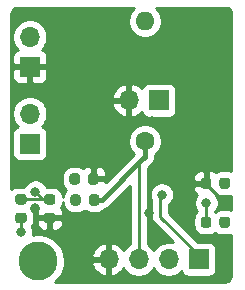
<source format=gbr>
%TF.GenerationSoftware,KiCad,Pcbnew,(5.1.6)-1*%
%TF.CreationDate,2020-11-25T11:03:50+08:00*%
%TF.ProjectId,BCG_Piezo_Integrated_V1.0,4243475f-5069-4657-9a6f-5f496e746567,rev?*%
%TF.SameCoordinates,Original*%
%TF.FileFunction,Copper,L2,Bot*%
%TF.FilePolarity,Positive*%
%FSLAX46Y46*%
G04 Gerber Fmt 4.6, Leading zero omitted, Abs format (unit mm)*
G04 Created by KiCad (PCBNEW (5.1.6)-1) date 2020-11-25 11:03:50*
%MOMM*%
%LPD*%
G01*
G04 APERTURE LIST*
%TA.AperFunction,ComponentPad*%
%ADD10O,1.600000X1.600000*%
%TD*%
%TA.AperFunction,ComponentPad*%
%ADD11C,1.600000*%
%TD*%
%TA.AperFunction,ComponentPad*%
%ADD12O,1.700000X1.700000*%
%TD*%
%TA.AperFunction,ComponentPad*%
%ADD13R,1.700000X1.700000*%
%TD*%
%TA.AperFunction,ViaPad*%
%ADD14C,3.300000*%
%TD*%
%TA.AperFunction,ViaPad*%
%ADD15C,0.800000*%
%TD*%
%TA.AperFunction,Conductor*%
%ADD16C,0.254000*%
%TD*%
%TA.AperFunction,Conductor*%
%ADD17C,0.381000*%
%TD*%
G04 APERTURE END LIST*
D10*
%TO.P,R13,2*%
%TO.N,Net-(C7-Pad2)*%
X171069000Y-130911600D03*
D11*
%TO.P,R13,1*%
%TO.N,/charge_out*%
X171069000Y-141071600D03*
%TD*%
%TO.P,R2,2*%
%TO.N,Net-(R1-Pad1)*%
%TA.AperFunction,SMDPad,CuDef*%
G36*
G01*
X163248050Y-146436500D02*
X162735550Y-146436500D01*
G75*
G02*
X162516800Y-146217750I0J218750D01*
G01*
X162516800Y-145780250D01*
G75*
G02*
X162735550Y-145561500I218750J0D01*
G01*
X163248050Y-145561500D01*
G75*
G02*
X163466800Y-145780250I0J-218750D01*
G01*
X163466800Y-146217750D01*
G75*
G02*
X163248050Y-146436500I-218750J0D01*
G01*
G37*
%TD.AperFunction*%
%TO.P,R2,1*%
%TO.N,GND*%
%TA.AperFunction,SMDPad,CuDef*%
G36*
G01*
X163248050Y-148011500D02*
X162735550Y-148011500D01*
G75*
G02*
X162516800Y-147792750I0J218750D01*
G01*
X162516800Y-147355250D01*
G75*
G02*
X162735550Y-147136500I218750J0D01*
G01*
X163248050Y-147136500D01*
G75*
G02*
X163466800Y-147355250I0J-218750D01*
G01*
X163466800Y-147792750D01*
G75*
G02*
X163248050Y-148011500I-218750J0D01*
G01*
G37*
%TD.AperFunction*%
%TD*%
%TO.P,R1,2*%
%TO.N,+3V3*%
%TA.AperFunction,SMDPad,CuDef*%
G36*
G01*
X160297150Y-147136700D02*
X160809650Y-147136700D01*
G75*
G02*
X161028400Y-147355450I0J-218750D01*
G01*
X161028400Y-147792950D01*
G75*
G02*
X160809650Y-148011700I-218750J0D01*
G01*
X160297150Y-148011700D01*
G75*
G02*
X160078400Y-147792950I0J218750D01*
G01*
X160078400Y-147355450D01*
G75*
G02*
X160297150Y-147136700I218750J0D01*
G01*
G37*
%TD.AperFunction*%
%TO.P,R1,1*%
%TO.N,Net-(R1-Pad1)*%
%TA.AperFunction,SMDPad,CuDef*%
G36*
G01*
X160297150Y-145561700D02*
X160809650Y-145561700D01*
G75*
G02*
X161028400Y-145780450I0J-218750D01*
G01*
X161028400Y-146217950D01*
G75*
G02*
X160809650Y-146436700I-218750J0D01*
G01*
X160297150Y-146436700D01*
G75*
G02*
X160078400Y-146217950I0J218750D01*
G01*
X160078400Y-145780450D01*
G75*
G02*
X160297150Y-145561700I218750J0D01*
G01*
G37*
%TD.AperFunction*%
%TD*%
D12*
%TO.P,J3,2*%
%TO.N,/piezoP*%
X161315400Y-138734800D03*
D13*
%TO.P,J3,1*%
%TO.N,+1V5*%
X161315400Y-141274800D03*
%TD*%
D12*
%TO.P,J1,2*%
%TO.N,Net-(F1-Pad2)*%
X161315400Y-132232400D03*
D13*
%TO.P,J1,1*%
%TO.N,GND*%
X161315400Y-134772400D03*
%TD*%
%TO.P,R12,2*%
%TO.N,GND*%
%TA.AperFunction,SMDPad,CuDef*%
G36*
G01*
X176662600Y-144371350D02*
X176662600Y-144883850D01*
G75*
G02*
X176443850Y-145102600I-218750J0D01*
G01*
X176006350Y-145102600D01*
G75*
G02*
X175787600Y-144883850I0J218750D01*
G01*
X175787600Y-144371350D01*
G75*
G02*
X176006350Y-144152600I218750J0D01*
G01*
X176443850Y-144152600D01*
G75*
G02*
X176662600Y-144371350I0J-218750D01*
G01*
G37*
%TD.AperFunction*%
%TO.P,R12,1*%
%TO.N,Net-(R12-Pad1)*%
%TA.AperFunction,SMDPad,CuDef*%
G36*
G01*
X178237600Y-144371350D02*
X178237600Y-144883850D01*
G75*
G02*
X178018850Y-145102600I-218750J0D01*
G01*
X177581350Y-145102600D01*
G75*
G02*
X177362600Y-144883850I0J218750D01*
G01*
X177362600Y-144371350D01*
G75*
G02*
X177581350Y-144152600I218750J0D01*
G01*
X178018850Y-144152600D01*
G75*
G02*
X178237600Y-144371350I0J-218750D01*
G01*
G37*
%TD.AperFunction*%
%TD*%
%TO.P,R11,2*%
%TO.N,GND*%
%TA.AperFunction,SMDPad,CuDef*%
G36*
G01*
X166237400Y-144528250D02*
X166237400Y-144015750D01*
G75*
G02*
X166456150Y-143797000I218750J0D01*
G01*
X166893650Y-143797000D01*
G75*
G02*
X167112400Y-144015750I0J-218750D01*
G01*
X167112400Y-144528250D01*
G75*
G02*
X166893650Y-144747000I-218750J0D01*
G01*
X166456150Y-144747000D01*
G75*
G02*
X166237400Y-144528250I0J218750D01*
G01*
G37*
%TD.AperFunction*%
%TO.P,R11,1*%
%TO.N,Net-(R11-Pad1)*%
%TA.AperFunction,SMDPad,CuDef*%
G36*
G01*
X164662400Y-144528250D02*
X164662400Y-144015750D01*
G75*
G02*
X164881150Y-143797000I218750J0D01*
G01*
X165318650Y-143797000D01*
G75*
G02*
X165537400Y-144015750I0J-218750D01*
G01*
X165537400Y-144528250D01*
G75*
G02*
X165318650Y-144747000I-218750J0D01*
G01*
X164881150Y-144747000D01*
G75*
G02*
X164662400Y-144528250I0J218750D01*
G01*
G37*
%TD.AperFunction*%
%TD*%
%TO.P,R10,2*%
%TO.N,Net-(R10-Pad2)*%
%TA.AperFunction,SMDPad,CuDef*%
G36*
G01*
X177362600Y-148185850D02*
X177362600Y-147673350D01*
G75*
G02*
X177581350Y-147454600I218750J0D01*
G01*
X178018850Y-147454600D01*
G75*
G02*
X178237600Y-147673350I0J-218750D01*
G01*
X178237600Y-148185850D01*
G75*
G02*
X178018850Y-148404600I-218750J0D01*
G01*
X177581350Y-148404600D01*
G75*
G02*
X177362600Y-148185850I0J218750D01*
G01*
G37*
%TD.AperFunction*%
%TO.P,R10,1*%
%TO.N,Net-(C6-Pad2)*%
%TA.AperFunction,SMDPad,CuDef*%
G36*
G01*
X175787600Y-148185850D02*
X175787600Y-147673350D01*
G75*
G02*
X176006350Y-147454600I218750J0D01*
G01*
X176443850Y-147454600D01*
G75*
G02*
X176662600Y-147673350I0J-218750D01*
G01*
X176662600Y-148185850D01*
G75*
G02*
X176443850Y-148404600I-218750J0D01*
G01*
X176006350Y-148404600D01*
G75*
G02*
X175787600Y-148185850I0J218750D01*
G01*
G37*
%TD.AperFunction*%
%TD*%
%TO.P,R6,2*%
%TO.N,/charge_out*%
%TA.AperFunction,SMDPad,CuDef*%
G36*
G01*
X166313500Y-146306250D02*
X166313500Y-145793750D01*
G75*
G02*
X166532250Y-145575000I218750J0D01*
G01*
X166969750Y-145575000D01*
G75*
G02*
X167188500Y-145793750I0J-218750D01*
G01*
X167188500Y-146306250D01*
G75*
G02*
X166969750Y-146525000I-218750J0D01*
G01*
X166532250Y-146525000D01*
G75*
G02*
X166313500Y-146306250I0J218750D01*
G01*
G37*
%TD.AperFunction*%
%TO.P,R6,1*%
%TO.N,Net-(R6-Pad1)*%
%TA.AperFunction,SMDPad,CuDef*%
G36*
G01*
X164738500Y-146306250D02*
X164738500Y-145793750D01*
G75*
G02*
X164957250Y-145575000I218750J0D01*
G01*
X165394750Y-145575000D01*
G75*
G02*
X165613500Y-145793750I0J-218750D01*
G01*
X165613500Y-146306250D01*
G75*
G02*
X165394750Y-146525000I-218750J0D01*
G01*
X164957250Y-146525000D01*
G75*
G02*
X164738500Y-146306250I0J218750D01*
G01*
G37*
%TD.AperFunction*%
%TD*%
D12*
%TO.P,J4,4*%
%TO.N,GND*%
X167970200Y-151079200D03*
%TO.P,J4,3*%
%TO.N,/charge_out*%
X170510200Y-151079200D03*
%TO.P,J4,2*%
%TO.N,/filtered_out*%
X173050200Y-151079200D03*
D13*
%TO.P,J4,1*%
%TO.N,/out*%
X175590200Y-151079200D03*
%TD*%
D12*
%TO.P,J2,2*%
%TO.N,GND*%
X169697400Y-137617200D03*
D13*
%TO.P,J2,1*%
%TO.N,+3V3*%
X172237400Y-137617200D03*
%TD*%
D14*
%TO.N,*%
X161975800Y-151231600D03*
D15*
%TO.N,GND*%
X177825400Y-146304000D03*
X161772600Y-146761200D03*
X168783000Y-134620000D03*
X164871400Y-149606000D03*
X165227000Y-151638000D03*
X177774600Y-140411200D03*
X174879000Y-138887200D03*
X170459400Y-133908800D03*
X167563800Y-141020800D03*
X163449000Y-130708400D03*
X165531800Y-130708400D03*
X168021000Y-130657600D03*
X173609000Y-130657600D03*
X175742600Y-130606800D03*
X177673000Y-130657600D03*
X177723800Y-132638800D03*
X177876200Y-134924800D03*
X163195000Y-139496800D03*
X160604200Y-136855200D03*
X162534600Y-136804400D03*
X163195000Y-135128000D03*
X170205400Y-139344400D03*
X171678600Y-139395200D03*
X172542200Y-142290800D03*
X171424600Y-147167600D03*
X166395400Y-149352000D03*
X168630600Y-149301200D03*
X164820600Y-134772400D03*
%TO.N,Net-(R10-Pad2)*%
X177825400Y-147929600D03*
%TO.N,Net-(R6-Pad1)*%
X165176200Y-146050000D03*
%TO.N,+3V3*%
X160553400Y-148793200D03*
%TO.N,Net-(R1-Pad1)*%
X161772600Y-145338800D03*
%TO.N,Net-(C6-Pad2)*%
X176250600Y-146304000D03*
%TO.N,/out*%
X172491400Y-145592800D03*
%TO.N,Net-(R11-Pad1)*%
X165099900Y-144272000D03*
%TO.N,Net-(R12-Pad1)*%
X177800100Y-144627600D03*
%TD*%
D16*
%TO.N,GND*%
X176225100Y-144703700D02*
X177825400Y-146304000D01*
X176225100Y-144627600D02*
X176225100Y-144703700D01*
%TO.N,+3V3*%
X160553400Y-147574200D02*
X160553400Y-148691600D01*
X160553400Y-148691600D02*
X160502600Y-148742400D01*
D17*
%TO.N,/charge_out*%
X171069000Y-141071600D02*
X171069000Y-142392400D01*
X167411400Y-146050000D02*
X166751000Y-146050000D01*
D16*
X170510200Y-142951200D02*
X170840400Y-142621000D01*
X170510200Y-151079200D02*
X170510200Y-142951200D01*
D17*
X171069000Y-142392400D02*
X170840400Y-142621000D01*
X170840400Y-142621000D02*
X167411400Y-146050000D01*
D16*
%TO.N,Net-(C6-Pad2)*%
X176250600Y-147904100D02*
X176225100Y-147929600D01*
X176250600Y-146304000D02*
X176250600Y-147904100D01*
%TO.N,Net-(R1-Pad1)*%
X162991600Y-145999200D02*
X162991800Y-145999000D01*
X160553400Y-145999200D02*
X162991600Y-145999200D01*
X162432800Y-145999000D02*
X161772600Y-145338800D01*
X162991800Y-145999000D02*
X162432800Y-145999000D01*
%TO.N,/out*%
X175590200Y-151079200D02*
X175590200Y-150723600D01*
X175590200Y-150723600D02*
X172339000Y-147472400D01*
X172339000Y-147472400D02*
X172339000Y-145745200D01*
X172339000Y-145745200D02*
X172491400Y-145592800D01*
X172491400Y-145592800D02*
X172491400Y-145592800D01*
%TD*%
%TO.N,GND*%
G36*
X170154241Y-129796963D02*
G01*
X169954363Y-129996841D01*
X169797320Y-130231873D01*
X169689147Y-130493026D01*
X169634000Y-130770265D01*
X169634000Y-131052935D01*
X169689147Y-131330174D01*
X169797320Y-131591327D01*
X169954363Y-131826359D01*
X170154241Y-132026237D01*
X170389273Y-132183280D01*
X170650426Y-132291453D01*
X170927665Y-132346600D01*
X171210335Y-132346600D01*
X171487574Y-132291453D01*
X171748727Y-132183280D01*
X171983759Y-132026237D01*
X172183637Y-131826359D01*
X172340680Y-131591327D01*
X172448853Y-131330174D01*
X172504000Y-131052935D01*
X172504000Y-130770265D01*
X172448853Y-130493026D01*
X172340680Y-130231873D01*
X172183637Y-129996841D01*
X171983759Y-129796963D01*
X171978726Y-129793600D01*
X177894721Y-129793600D01*
X178005400Y-129804452D01*
X178080814Y-129827221D01*
X178150368Y-129864203D01*
X178211414Y-129913992D01*
X178261629Y-129974691D01*
X178299097Y-130043986D01*
X178322392Y-130119239D01*
X178333800Y-130227784D01*
X178333801Y-143575824D01*
X178186008Y-143530992D01*
X178018850Y-143514528D01*
X177581350Y-143514528D01*
X177414192Y-143530992D01*
X177253458Y-143579750D01*
X177105325Y-143658929D01*
X177083670Y-143676700D01*
X177017094Y-143622063D01*
X176906780Y-143563098D01*
X176787082Y-143526788D01*
X176662600Y-143514528D01*
X176510850Y-143517600D01*
X176352100Y-143676350D01*
X176352100Y-144500600D01*
X176372100Y-144500600D01*
X176372100Y-144754600D01*
X176352100Y-144754600D01*
X176352100Y-144774600D01*
X176098100Y-144774600D01*
X176098100Y-144754600D01*
X175311350Y-144754600D01*
X175152600Y-144913350D01*
X175149528Y-145102600D01*
X175161788Y-145227082D01*
X175198098Y-145346780D01*
X175257063Y-145457094D01*
X175336415Y-145553785D01*
X175433106Y-145633137D01*
X175449167Y-145641722D01*
X175446663Y-145644226D01*
X175333395Y-145813744D01*
X175255374Y-146002102D01*
X175215600Y-146202061D01*
X175215600Y-146405939D01*
X175255374Y-146605898D01*
X175333395Y-146794256D01*
X175446663Y-146963774D01*
X175482811Y-146999922D01*
X175400485Y-147067485D01*
X175293929Y-147197325D01*
X175214750Y-147345458D01*
X175165992Y-147506192D01*
X175149528Y-147673350D01*
X175149528Y-148185850D01*
X175165992Y-148353008D01*
X175214750Y-148513742D01*
X175293929Y-148661875D01*
X175400485Y-148791715D01*
X175530325Y-148898271D01*
X175678458Y-148977450D01*
X175839192Y-149026208D01*
X176006350Y-149042672D01*
X176443850Y-149042672D01*
X176611008Y-149026208D01*
X176771742Y-148977450D01*
X176919875Y-148898271D01*
X177012600Y-148822174D01*
X177105325Y-148898271D01*
X177253458Y-148977450D01*
X177414192Y-149026208D01*
X177581350Y-149042672D01*
X178018850Y-149042672D01*
X178186008Y-149026208D01*
X178333801Y-148981376D01*
X178333801Y-152469309D01*
X178321980Y-152589865D01*
X178296345Y-152674775D01*
X178254709Y-152753079D01*
X178198654Y-152821809D01*
X178130315Y-152878344D01*
X178052302Y-152920526D01*
X177967573Y-152946754D01*
X177849158Y-152959200D01*
X163479678Y-152959200D01*
X163750675Y-152688203D01*
X164000741Y-152313953D01*
X164172989Y-151898110D01*
X164260800Y-151456653D01*
X164260800Y-151436091D01*
X166528719Y-151436091D01*
X166626043Y-151710452D01*
X166775022Y-151960555D01*
X166969931Y-152176788D01*
X167203280Y-152350841D01*
X167466101Y-152476025D01*
X167613310Y-152520676D01*
X167843200Y-152399355D01*
X167843200Y-151206200D01*
X166649386Y-151206200D01*
X166528719Y-151436091D01*
X164260800Y-151436091D01*
X164260800Y-151006547D01*
X164204262Y-150722309D01*
X166528719Y-150722309D01*
X166649386Y-150952200D01*
X167843200Y-150952200D01*
X167843200Y-149759045D01*
X167613310Y-149637724D01*
X167466101Y-149682375D01*
X167203280Y-149807559D01*
X166969931Y-149981612D01*
X166775022Y-150197845D01*
X166626043Y-150447948D01*
X166528719Y-150722309D01*
X164204262Y-150722309D01*
X164172989Y-150565090D01*
X164000741Y-150149247D01*
X163750675Y-149774997D01*
X163432403Y-149456725D01*
X163058153Y-149206659D01*
X162642310Y-149034411D01*
X162200853Y-148946600D01*
X161750747Y-148946600D01*
X161571054Y-148982343D01*
X161588400Y-148895139D01*
X161588400Y-148691261D01*
X161548626Y-148491302D01*
X161478517Y-148322046D01*
X161522071Y-148268975D01*
X161601250Y-148120842D01*
X161634418Y-148011500D01*
X161878728Y-148011500D01*
X161890988Y-148135982D01*
X161927298Y-148255680D01*
X161986263Y-148365994D01*
X162065615Y-148462685D01*
X162162306Y-148542037D01*
X162272620Y-148601002D01*
X162392318Y-148637312D01*
X162516800Y-148649572D01*
X162706050Y-148646500D01*
X162864800Y-148487750D01*
X162864800Y-147701000D01*
X163118800Y-147701000D01*
X163118800Y-148487750D01*
X163277550Y-148646500D01*
X163466800Y-148649572D01*
X163591282Y-148637312D01*
X163710980Y-148601002D01*
X163821294Y-148542037D01*
X163917985Y-148462685D01*
X163997337Y-148365994D01*
X164056302Y-148255680D01*
X164092612Y-148135982D01*
X164104872Y-148011500D01*
X164101800Y-147859750D01*
X163943050Y-147701000D01*
X163118800Y-147701000D01*
X162864800Y-147701000D01*
X162040550Y-147701000D01*
X161881800Y-147859750D01*
X161878728Y-148011500D01*
X161634418Y-148011500D01*
X161650008Y-147960108D01*
X161666472Y-147792950D01*
X161666472Y-147355450D01*
X161650008Y-147188292D01*
X161601250Y-147027558D01*
X161522071Y-146879425D01*
X161445974Y-146786700D01*
X161466901Y-146761200D01*
X162003338Y-146761200D01*
X161986263Y-146782006D01*
X161927298Y-146892320D01*
X161890988Y-147012018D01*
X161878728Y-147136500D01*
X161881800Y-147288250D01*
X162040550Y-147447000D01*
X162864800Y-147447000D01*
X162864800Y-147427000D01*
X163118800Y-147427000D01*
X163118800Y-147447000D01*
X163943050Y-147447000D01*
X164101800Y-147288250D01*
X164104872Y-147136500D01*
X164092612Y-147012018D01*
X164056302Y-146892320D01*
X163997337Y-146782006D01*
X163942700Y-146715430D01*
X163960471Y-146693775D01*
X164039650Y-146545642D01*
X164088408Y-146384908D01*
X164100428Y-146262870D01*
X164100428Y-146306250D01*
X164116892Y-146473408D01*
X164165650Y-146634142D01*
X164244829Y-146782275D01*
X164351385Y-146912115D01*
X164481225Y-147018671D01*
X164629358Y-147097850D01*
X164790092Y-147146608D01*
X164957250Y-147163072D01*
X165394750Y-147163072D01*
X165561908Y-147146608D01*
X165722642Y-147097850D01*
X165870775Y-147018671D01*
X165963500Y-146942574D01*
X166056225Y-147018671D01*
X166204358Y-147097850D01*
X166365092Y-147146608D01*
X166532250Y-147163072D01*
X166969750Y-147163072D01*
X167136908Y-147146608D01*
X167297642Y-147097850D01*
X167445775Y-147018671D01*
X167575615Y-146912115D01*
X167629467Y-146846496D01*
X167728834Y-146816353D01*
X167872242Y-146739699D01*
X167997941Y-146636541D01*
X168023798Y-146605034D01*
X169748201Y-144880632D01*
X169748200Y-149802358D01*
X169563568Y-149925725D01*
X169356725Y-150132568D01*
X169235005Y-150314734D01*
X169165378Y-150197845D01*
X168970469Y-149981612D01*
X168737120Y-149807559D01*
X168474299Y-149682375D01*
X168327090Y-149637724D01*
X168097200Y-149759045D01*
X168097200Y-150952200D01*
X168117200Y-150952200D01*
X168117200Y-151206200D01*
X168097200Y-151206200D01*
X168097200Y-152399355D01*
X168327090Y-152520676D01*
X168474299Y-152476025D01*
X168737120Y-152350841D01*
X168970469Y-152176788D01*
X169165378Y-151960555D01*
X169235005Y-151843666D01*
X169356725Y-152025832D01*
X169563568Y-152232675D01*
X169806789Y-152395190D01*
X170077042Y-152507132D01*
X170363940Y-152564200D01*
X170656460Y-152564200D01*
X170943358Y-152507132D01*
X171213611Y-152395190D01*
X171456832Y-152232675D01*
X171663675Y-152025832D01*
X171780200Y-151851440D01*
X171896725Y-152025832D01*
X172103568Y-152232675D01*
X172346789Y-152395190D01*
X172617042Y-152507132D01*
X172903940Y-152564200D01*
X173196460Y-152564200D01*
X173483358Y-152507132D01*
X173753611Y-152395190D01*
X173996832Y-152232675D01*
X174128687Y-152100820D01*
X174150698Y-152173380D01*
X174209663Y-152283694D01*
X174289015Y-152380385D01*
X174385706Y-152459737D01*
X174496020Y-152518702D01*
X174615718Y-152555012D01*
X174740200Y-152567272D01*
X176440200Y-152567272D01*
X176564682Y-152555012D01*
X176684380Y-152518702D01*
X176794694Y-152459737D01*
X176891385Y-152380385D01*
X176970737Y-152283694D01*
X177029702Y-152173380D01*
X177066012Y-152053682D01*
X177078272Y-151929200D01*
X177078272Y-150229200D01*
X177066012Y-150104718D01*
X177029702Y-149985020D01*
X176970737Y-149874706D01*
X176891385Y-149778015D01*
X176794694Y-149698663D01*
X176684380Y-149639698D01*
X176564682Y-149603388D01*
X176440200Y-149591128D01*
X175535359Y-149591128D01*
X173101000Y-147156770D01*
X173101000Y-146430262D01*
X173151174Y-146396737D01*
X173295337Y-146252574D01*
X173408605Y-146083056D01*
X173486626Y-145894698D01*
X173526400Y-145694739D01*
X173526400Y-145490861D01*
X173486626Y-145290902D01*
X173408605Y-145102544D01*
X173295337Y-144933026D01*
X173151174Y-144788863D01*
X172981656Y-144675595D01*
X172793298Y-144597574D01*
X172593339Y-144557800D01*
X172389461Y-144557800D01*
X172189502Y-144597574D01*
X172001144Y-144675595D01*
X171831626Y-144788863D01*
X171687463Y-144933026D01*
X171574195Y-145102544D01*
X171496174Y-145290902D01*
X171456400Y-145490861D01*
X171456400Y-145694739D01*
X171496174Y-145894698D01*
X171574195Y-146083056D01*
X171577001Y-146087255D01*
X171577000Y-147434976D01*
X171573314Y-147472400D01*
X171577000Y-147509823D01*
X171577000Y-147509825D01*
X171588026Y-147621777D01*
X171631598Y-147765414D01*
X171649002Y-147797974D01*
X171702355Y-147897792D01*
X171737509Y-147940627D01*
X171797578Y-148013822D01*
X171826654Y-148037684D01*
X173429530Y-149640561D01*
X173196460Y-149594200D01*
X172903940Y-149594200D01*
X172617042Y-149651268D01*
X172346789Y-149763210D01*
X172103568Y-149925725D01*
X171896725Y-150132568D01*
X171780200Y-150306960D01*
X171663675Y-150132568D01*
X171456832Y-149925725D01*
X171272200Y-149802358D01*
X171272200Y-144152600D01*
X175149528Y-144152600D01*
X175152600Y-144341850D01*
X175311350Y-144500600D01*
X176098100Y-144500600D01*
X176098100Y-143676350D01*
X175939350Y-143517600D01*
X175787600Y-143514528D01*
X175663118Y-143526788D01*
X175543420Y-143563098D01*
X175433106Y-143622063D01*
X175336415Y-143701415D01*
X175257063Y-143798106D01*
X175198098Y-143908420D01*
X175161788Y-144028118D01*
X175149528Y-144152600D01*
X171272200Y-144152600D01*
X171272200Y-143356633D01*
X171452791Y-143176042D01*
X171452796Y-143176036D01*
X171624034Y-143004798D01*
X171655541Y-142978941D01*
X171758699Y-142853242D01*
X171835353Y-142709834D01*
X171882556Y-142554226D01*
X171894500Y-142432953D01*
X171894500Y-142432951D01*
X171898494Y-142392401D01*
X171894500Y-142351850D01*
X171894500Y-142245878D01*
X171983759Y-142186237D01*
X172183637Y-141986359D01*
X172340680Y-141751327D01*
X172448853Y-141490174D01*
X172504000Y-141212935D01*
X172504000Y-140930265D01*
X172448853Y-140653026D01*
X172340680Y-140391873D01*
X172183637Y-140156841D01*
X171983759Y-139956963D01*
X171748727Y-139799920D01*
X171487574Y-139691747D01*
X171210335Y-139636600D01*
X170927665Y-139636600D01*
X170650426Y-139691747D01*
X170389273Y-139799920D01*
X170154241Y-139956963D01*
X169954363Y-140156841D01*
X169797320Y-140391873D01*
X169689147Y-140653026D01*
X169634000Y-140930265D01*
X169634000Y-141212935D01*
X169689147Y-141490174D01*
X169797320Y-141751327D01*
X169954363Y-141986359D01*
X170130986Y-142162982D01*
X167741809Y-144552159D01*
X167588650Y-144399000D01*
X166801900Y-144399000D01*
X166801900Y-144419000D01*
X166547900Y-144419000D01*
X166547900Y-144399000D01*
X166527900Y-144399000D01*
X166527900Y-144145000D01*
X166547900Y-144145000D01*
X166547900Y-143320750D01*
X166801900Y-143320750D01*
X166801900Y-144145000D01*
X167588650Y-144145000D01*
X167747400Y-143986250D01*
X167750472Y-143797000D01*
X167738212Y-143672518D01*
X167701902Y-143552820D01*
X167642937Y-143442506D01*
X167563585Y-143345815D01*
X167466894Y-143266463D01*
X167356580Y-143207498D01*
X167236882Y-143171188D01*
X167112400Y-143158928D01*
X166960650Y-143162000D01*
X166801900Y-143320750D01*
X166547900Y-143320750D01*
X166389150Y-143162000D01*
X166237400Y-143158928D01*
X166112918Y-143171188D01*
X165993220Y-143207498D01*
X165882906Y-143266463D01*
X165816330Y-143321100D01*
X165794675Y-143303329D01*
X165646542Y-143224150D01*
X165485808Y-143175392D01*
X165318650Y-143158928D01*
X164881150Y-143158928D01*
X164713992Y-143175392D01*
X164553258Y-143224150D01*
X164405125Y-143303329D01*
X164275285Y-143409885D01*
X164168729Y-143539725D01*
X164089550Y-143687858D01*
X164040792Y-143848592D01*
X164024328Y-144015750D01*
X164024328Y-144528250D01*
X164040792Y-144695408D01*
X164089550Y-144856142D01*
X164168729Y-145004275D01*
X164275285Y-145134115D01*
X164347127Y-145193074D01*
X164244829Y-145317725D01*
X164165650Y-145465858D01*
X164116892Y-145626592D01*
X164103315Y-145764440D01*
X164088408Y-145613092D01*
X164039650Y-145452358D01*
X163960471Y-145304225D01*
X163853915Y-145174385D01*
X163724075Y-145067829D01*
X163575942Y-144988650D01*
X163415208Y-144939892D01*
X163248050Y-144923428D01*
X162735550Y-144923428D01*
X162721400Y-144924822D01*
X162689805Y-144848544D01*
X162576537Y-144679026D01*
X162432374Y-144534863D01*
X162262856Y-144421595D01*
X162074498Y-144343574D01*
X161874539Y-144303800D01*
X161670661Y-144303800D01*
X161470702Y-144343574D01*
X161282344Y-144421595D01*
X161112826Y-144534863D01*
X160968663Y-144679026D01*
X160855395Y-144848544D01*
X160823720Y-144925014D01*
X160809650Y-144923628D01*
X160297150Y-144923628D01*
X160129992Y-144940092D01*
X159969258Y-144988850D01*
X159821125Y-145068029D01*
X159740582Y-145134128D01*
X159740826Y-140424800D01*
X159827328Y-140424800D01*
X159827328Y-142124800D01*
X159839588Y-142249282D01*
X159875898Y-142368980D01*
X159934863Y-142479294D01*
X160014215Y-142575985D01*
X160110906Y-142655337D01*
X160221220Y-142714302D01*
X160340918Y-142750612D01*
X160465400Y-142762872D01*
X162165400Y-142762872D01*
X162289882Y-142750612D01*
X162409580Y-142714302D01*
X162519894Y-142655337D01*
X162616585Y-142575985D01*
X162695937Y-142479294D01*
X162754902Y-142368980D01*
X162791212Y-142249282D01*
X162803472Y-142124800D01*
X162803472Y-140424800D01*
X162791212Y-140300318D01*
X162754902Y-140180620D01*
X162695937Y-140070306D01*
X162616585Y-139973615D01*
X162519894Y-139894263D01*
X162409580Y-139835298D01*
X162337020Y-139813287D01*
X162468875Y-139681432D01*
X162631390Y-139438211D01*
X162743332Y-139167958D01*
X162800400Y-138881060D01*
X162800400Y-138588540D01*
X162743332Y-138301642D01*
X162631390Y-138031389D01*
X162593105Y-137974091D01*
X168255919Y-137974091D01*
X168353243Y-138248452D01*
X168502222Y-138498555D01*
X168697131Y-138714788D01*
X168930480Y-138888841D01*
X169193301Y-139014025D01*
X169340510Y-139058676D01*
X169570400Y-138937355D01*
X169570400Y-137744200D01*
X168376586Y-137744200D01*
X168255919Y-137974091D01*
X162593105Y-137974091D01*
X162468875Y-137788168D01*
X162262032Y-137581325D01*
X162018811Y-137418810D01*
X161748558Y-137306868D01*
X161514492Y-137260309D01*
X168255919Y-137260309D01*
X168376586Y-137490200D01*
X169570400Y-137490200D01*
X169570400Y-136297045D01*
X169824400Y-136297045D01*
X169824400Y-137490200D01*
X169844400Y-137490200D01*
X169844400Y-137744200D01*
X169824400Y-137744200D01*
X169824400Y-138937355D01*
X170054290Y-139058676D01*
X170201499Y-139014025D01*
X170464320Y-138888841D01*
X170697669Y-138714788D01*
X170773434Y-138630734D01*
X170797898Y-138711380D01*
X170856863Y-138821694D01*
X170936215Y-138918385D01*
X171032906Y-138997737D01*
X171143220Y-139056702D01*
X171262918Y-139093012D01*
X171387400Y-139105272D01*
X173087400Y-139105272D01*
X173211882Y-139093012D01*
X173331580Y-139056702D01*
X173441894Y-138997737D01*
X173538585Y-138918385D01*
X173617937Y-138821694D01*
X173676902Y-138711380D01*
X173713212Y-138591682D01*
X173725472Y-138467200D01*
X173725472Y-136767200D01*
X173713212Y-136642718D01*
X173676902Y-136523020D01*
X173617937Y-136412706D01*
X173538585Y-136316015D01*
X173441894Y-136236663D01*
X173331580Y-136177698D01*
X173211882Y-136141388D01*
X173087400Y-136129128D01*
X171387400Y-136129128D01*
X171262918Y-136141388D01*
X171143220Y-136177698D01*
X171032906Y-136236663D01*
X170936215Y-136316015D01*
X170856863Y-136412706D01*
X170797898Y-136523020D01*
X170773434Y-136603666D01*
X170697669Y-136519612D01*
X170464320Y-136345559D01*
X170201499Y-136220375D01*
X170054290Y-136175724D01*
X169824400Y-136297045D01*
X169570400Y-136297045D01*
X169340510Y-136175724D01*
X169193301Y-136220375D01*
X168930480Y-136345559D01*
X168697131Y-136519612D01*
X168502222Y-136735845D01*
X168353243Y-136985948D01*
X168255919Y-137260309D01*
X161514492Y-137260309D01*
X161461660Y-137249800D01*
X161169140Y-137249800D01*
X160882242Y-137306868D01*
X160611989Y-137418810D01*
X160368768Y-137581325D01*
X160161925Y-137788168D01*
X159999410Y-138031389D01*
X159887468Y-138301642D01*
X159830400Y-138588540D01*
X159830400Y-138881060D01*
X159887468Y-139167958D01*
X159999410Y-139438211D01*
X160161925Y-139681432D01*
X160293780Y-139813287D01*
X160221220Y-139835298D01*
X160110906Y-139894263D01*
X160014215Y-139973615D01*
X159934863Y-140070306D01*
X159875898Y-140180620D01*
X159839588Y-140300318D01*
X159827328Y-140424800D01*
X159740826Y-140424800D01*
X159741075Y-135622400D01*
X159827328Y-135622400D01*
X159839588Y-135746882D01*
X159875898Y-135866580D01*
X159934863Y-135976894D01*
X160014215Y-136073585D01*
X160110906Y-136152937D01*
X160221220Y-136211902D01*
X160340918Y-136248212D01*
X160465400Y-136260472D01*
X161029650Y-136257400D01*
X161188400Y-136098650D01*
X161188400Y-134899400D01*
X161442400Y-134899400D01*
X161442400Y-136098650D01*
X161601150Y-136257400D01*
X162165400Y-136260472D01*
X162289882Y-136248212D01*
X162409580Y-136211902D01*
X162519894Y-136152937D01*
X162616585Y-136073585D01*
X162695937Y-135976894D01*
X162754902Y-135866580D01*
X162791212Y-135746882D01*
X162803472Y-135622400D01*
X162800400Y-135058150D01*
X162641650Y-134899400D01*
X161442400Y-134899400D01*
X161188400Y-134899400D01*
X159989150Y-134899400D01*
X159830400Y-135058150D01*
X159827328Y-135622400D01*
X159741075Y-135622400D01*
X159741163Y-133922400D01*
X159827328Y-133922400D01*
X159830400Y-134486650D01*
X159989150Y-134645400D01*
X161188400Y-134645400D01*
X161188400Y-134625400D01*
X161442400Y-134625400D01*
X161442400Y-134645400D01*
X162641650Y-134645400D01*
X162800400Y-134486650D01*
X162803472Y-133922400D01*
X162791212Y-133797918D01*
X162754902Y-133678220D01*
X162695937Y-133567906D01*
X162616585Y-133471215D01*
X162519894Y-133391863D01*
X162409580Y-133332898D01*
X162337020Y-133310887D01*
X162468875Y-133179032D01*
X162631390Y-132935811D01*
X162743332Y-132665558D01*
X162800400Y-132378660D01*
X162800400Y-132086140D01*
X162743332Y-131799242D01*
X162631390Y-131528989D01*
X162468875Y-131285768D01*
X162262032Y-131078925D01*
X162018811Y-130916410D01*
X161748558Y-130804468D01*
X161461660Y-130747400D01*
X161169140Y-130747400D01*
X160882242Y-130804468D01*
X160611989Y-130916410D01*
X160368768Y-131078925D01*
X160161925Y-131285768D01*
X159999410Y-131528989D01*
X159887468Y-131799242D01*
X159830400Y-132086140D01*
X159830400Y-132378660D01*
X159887468Y-132665558D01*
X159999410Y-132935811D01*
X160161925Y-133179032D01*
X160293780Y-133310887D01*
X160221220Y-133332898D01*
X160110906Y-133391863D01*
X160014215Y-133471215D01*
X159934863Y-133567906D01*
X159875898Y-133678220D01*
X159839588Y-133797918D01*
X159827328Y-133922400D01*
X159741163Y-133922400D01*
X159741351Y-130319247D01*
X159748472Y-130183264D01*
X159770224Y-130097286D01*
X159808262Y-130017168D01*
X159861139Y-129945962D01*
X159926839Y-129886383D01*
X160002858Y-129840702D01*
X160086302Y-129810655D01*
X160197486Y-129793835D01*
X160206464Y-129793600D01*
X170159274Y-129793600D01*
X170154241Y-129796963D01*
G37*
X170154241Y-129796963D02*
X169954363Y-129996841D01*
X169797320Y-130231873D01*
X169689147Y-130493026D01*
X169634000Y-130770265D01*
X169634000Y-131052935D01*
X169689147Y-131330174D01*
X169797320Y-131591327D01*
X169954363Y-131826359D01*
X170154241Y-132026237D01*
X170389273Y-132183280D01*
X170650426Y-132291453D01*
X170927665Y-132346600D01*
X171210335Y-132346600D01*
X171487574Y-132291453D01*
X171748727Y-132183280D01*
X171983759Y-132026237D01*
X172183637Y-131826359D01*
X172340680Y-131591327D01*
X172448853Y-131330174D01*
X172504000Y-131052935D01*
X172504000Y-130770265D01*
X172448853Y-130493026D01*
X172340680Y-130231873D01*
X172183637Y-129996841D01*
X171983759Y-129796963D01*
X171978726Y-129793600D01*
X177894721Y-129793600D01*
X178005400Y-129804452D01*
X178080814Y-129827221D01*
X178150368Y-129864203D01*
X178211414Y-129913992D01*
X178261629Y-129974691D01*
X178299097Y-130043986D01*
X178322392Y-130119239D01*
X178333800Y-130227784D01*
X178333801Y-143575824D01*
X178186008Y-143530992D01*
X178018850Y-143514528D01*
X177581350Y-143514528D01*
X177414192Y-143530992D01*
X177253458Y-143579750D01*
X177105325Y-143658929D01*
X177083670Y-143676700D01*
X177017094Y-143622063D01*
X176906780Y-143563098D01*
X176787082Y-143526788D01*
X176662600Y-143514528D01*
X176510850Y-143517600D01*
X176352100Y-143676350D01*
X176352100Y-144500600D01*
X176372100Y-144500600D01*
X176372100Y-144754600D01*
X176352100Y-144754600D01*
X176352100Y-144774600D01*
X176098100Y-144774600D01*
X176098100Y-144754600D01*
X175311350Y-144754600D01*
X175152600Y-144913350D01*
X175149528Y-145102600D01*
X175161788Y-145227082D01*
X175198098Y-145346780D01*
X175257063Y-145457094D01*
X175336415Y-145553785D01*
X175433106Y-145633137D01*
X175449167Y-145641722D01*
X175446663Y-145644226D01*
X175333395Y-145813744D01*
X175255374Y-146002102D01*
X175215600Y-146202061D01*
X175215600Y-146405939D01*
X175255374Y-146605898D01*
X175333395Y-146794256D01*
X175446663Y-146963774D01*
X175482811Y-146999922D01*
X175400485Y-147067485D01*
X175293929Y-147197325D01*
X175214750Y-147345458D01*
X175165992Y-147506192D01*
X175149528Y-147673350D01*
X175149528Y-148185850D01*
X175165992Y-148353008D01*
X175214750Y-148513742D01*
X175293929Y-148661875D01*
X175400485Y-148791715D01*
X175530325Y-148898271D01*
X175678458Y-148977450D01*
X175839192Y-149026208D01*
X176006350Y-149042672D01*
X176443850Y-149042672D01*
X176611008Y-149026208D01*
X176771742Y-148977450D01*
X176919875Y-148898271D01*
X177012600Y-148822174D01*
X177105325Y-148898271D01*
X177253458Y-148977450D01*
X177414192Y-149026208D01*
X177581350Y-149042672D01*
X178018850Y-149042672D01*
X178186008Y-149026208D01*
X178333801Y-148981376D01*
X178333801Y-152469309D01*
X178321980Y-152589865D01*
X178296345Y-152674775D01*
X178254709Y-152753079D01*
X178198654Y-152821809D01*
X178130315Y-152878344D01*
X178052302Y-152920526D01*
X177967573Y-152946754D01*
X177849158Y-152959200D01*
X163479678Y-152959200D01*
X163750675Y-152688203D01*
X164000741Y-152313953D01*
X164172989Y-151898110D01*
X164260800Y-151456653D01*
X164260800Y-151436091D01*
X166528719Y-151436091D01*
X166626043Y-151710452D01*
X166775022Y-151960555D01*
X166969931Y-152176788D01*
X167203280Y-152350841D01*
X167466101Y-152476025D01*
X167613310Y-152520676D01*
X167843200Y-152399355D01*
X167843200Y-151206200D01*
X166649386Y-151206200D01*
X166528719Y-151436091D01*
X164260800Y-151436091D01*
X164260800Y-151006547D01*
X164204262Y-150722309D01*
X166528719Y-150722309D01*
X166649386Y-150952200D01*
X167843200Y-150952200D01*
X167843200Y-149759045D01*
X167613310Y-149637724D01*
X167466101Y-149682375D01*
X167203280Y-149807559D01*
X166969931Y-149981612D01*
X166775022Y-150197845D01*
X166626043Y-150447948D01*
X166528719Y-150722309D01*
X164204262Y-150722309D01*
X164172989Y-150565090D01*
X164000741Y-150149247D01*
X163750675Y-149774997D01*
X163432403Y-149456725D01*
X163058153Y-149206659D01*
X162642310Y-149034411D01*
X162200853Y-148946600D01*
X161750747Y-148946600D01*
X161571054Y-148982343D01*
X161588400Y-148895139D01*
X161588400Y-148691261D01*
X161548626Y-148491302D01*
X161478517Y-148322046D01*
X161522071Y-148268975D01*
X161601250Y-148120842D01*
X161634418Y-148011500D01*
X161878728Y-148011500D01*
X161890988Y-148135982D01*
X161927298Y-148255680D01*
X161986263Y-148365994D01*
X162065615Y-148462685D01*
X162162306Y-148542037D01*
X162272620Y-148601002D01*
X162392318Y-148637312D01*
X162516800Y-148649572D01*
X162706050Y-148646500D01*
X162864800Y-148487750D01*
X162864800Y-147701000D01*
X163118800Y-147701000D01*
X163118800Y-148487750D01*
X163277550Y-148646500D01*
X163466800Y-148649572D01*
X163591282Y-148637312D01*
X163710980Y-148601002D01*
X163821294Y-148542037D01*
X163917985Y-148462685D01*
X163997337Y-148365994D01*
X164056302Y-148255680D01*
X164092612Y-148135982D01*
X164104872Y-148011500D01*
X164101800Y-147859750D01*
X163943050Y-147701000D01*
X163118800Y-147701000D01*
X162864800Y-147701000D01*
X162040550Y-147701000D01*
X161881800Y-147859750D01*
X161878728Y-148011500D01*
X161634418Y-148011500D01*
X161650008Y-147960108D01*
X161666472Y-147792950D01*
X161666472Y-147355450D01*
X161650008Y-147188292D01*
X161601250Y-147027558D01*
X161522071Y-146879425D01*
X161445974Y-146786700D01*
X161466901Y-146761200D01*
X162003338Y-146761200D01*
X161986263Y-146782006D01*
X161927298Y-146892320D01*
X161890988Y-147012018D01*
X161878728Y-147136500D01*
X161881800Y-147288250D01*
X162040550Y-147447000D01*
X162864800Y-147447000D01*
X162864800Y-147427000D01*
X163118800Y-147427000D01*
X163118800Y-147447000D01*
X163943050Y-147447000D01*
X164101800Y-147288250D01*
X164104872Y-147136500D01*
X164092612Y-147012018D01*
X164056302Y-146892320D01*
X163997337Y-146782006D01*
X163942700Y-146715430D01*
X163960471Y-146693775D01*
X164039650Y-146545642D01*
X164088408Y-146384908D01*
X164100428Y-146262870D01*
X164100428Y-146306250D01*
X164116892Y-146473408D01*
X164165650Y-146634142D01*
X164244829Y-146782275D01*
X164351385Y-146912115D01*
X164481225Y-147018671D01*
X164629358Y-147097850D01*
X164790092Y-147146608D01*
X164957250Y-147163072D01*
X165394750Y-147163072D01*
X165561908Y-147146608D01*
X165722642Y-147097850D01*
X165870775Y-147018671D01*
X165963500Y-146942574D01*
X166056225Y-147018671D01*
X166204358Y-147097850D01*
X166365092Y-147146608D01*
X166532250Y-147163072D01*
X166969750Y-147163072D01*
X167136908Y-147146608D01*
X167297642Y-147097850D01*
X167445775Y-147018671D01*
X167575615Y-146912115D01*
X167629467Y-146846496D01*
X167728834Y-146816353D01*
X167872242Y-146739699D01*
X167997941Y-146636541D01*
X168023798Y-146605034D01*
X169748201Y-144880632D01*
X169748200Y-149802358D01*
X169563568Y-149925725D01*
X169356725Y-150132568D01*
X169235005Y-150314734D01*
X169165378Y-150197845D01*
X168970469Y-149981612D01*
X168737120Y-149807559D01*
X168474299Y-149682375D01*
X168327090Y-149637724D01*
X168097200Y-149759045D01*
X168097200Y-150952200D01*
X168117200Y-150952200D01*
X168117200Y-151206200D01*
X168097200Y-151206200D01*
X168097200Y-152399355D01*
X168327090Y-152520676D01*
X168474299Y-152476025D01*
X168737120Y-152350841D01*
X168970469Y-152176788D01*
X169165378Y-151960555D01*
X169235005Y-151843666D01*
X169356725Y-152025832D01*
X169563568Y-152232675D01*
X169806789Y-152395190D01*
X170077042Y-152507132D01*
X170363940Y-152564200D01*
X170656460Y-152564200D01*
X170943358Y-152507132D01*
X171213611Y-152395190D01*
X171456832Y-152232675D01*
X171663675Y-152025832D01*
X171780200Y-151851440D01*
X171896725Y-152025832D01*
X172103568Y-152232675D01*
X172346789Y-152395190D01*
X172617042Y-152507132D01*
X172903940Y-152564200D01*
X173196460Y-152564200D01*
X173483358Y-152507132D01*
X173753611Y-152395190D01*
X173996832Y-152232675D01*
X174128687Y-152100820D01*
X174150698Y-152173380D01*
X174209663Y-152283694D01*
X174289015Y-152380385D01*
X174385706Y-152459737D01*
X174496020Y-152518702D01*
X174615718Y-152555012D01*
X174740200Y-152567272D01*
X176440200Y-152567272D01*
X176564682Y-152555012D01*
X176684380Y-152518702D01*
X176794694Y-152459737D01*
X176891385Y-152380385D01*
X176970737Y-152283694D01*
X177029702Y-152173380D01*
X177066012Y-152053682D01*
X177078272Y-151929200D01*
X177078272Y-150229200D01*
X177066012Y-150104718D01*
X177029702Y-149985020D01*
X176970737Y-149874706D01*
X176891385Y-149778015D01*
X176794694Y-149698663D01*
X176684380Y-149639698D01*
X176564682Y-149603388D01*
X176440200Y-149591128D01*
X175535359Y-149591128D01*
X173101000Y-147156770D01*
X173101000Y-146430262D01*
X173151174Y-146396737D01*
X173295337Y-146252574D01*
X173408605Y-146083056D01*
X173486626Y-145894698D01*
X173526400Y-145694739D01*
X173526400Y-145490861D01*
X173486626Y-145290902D01*
X173408605Y-145102544D01*
X173295337Y-144933026D01*
X173151174Y-144788863D01*
X172981656Y-144675595D01*
X172793298Y-144597574D01*
X172593339Y-144557800D01*
X172389461Y-144557800D01*
X172189502Y-144597574D01*
X172001144Y-144675595D01*
X171831626Y-144788863D01*
X171687463Y-144933026D01*
X171574195Y-145102544D01*
X171496174Y-145290902D01*
X171456400Y-145490861D01*
X171456400Y-145694739D01*
X171496174Y-145894698D01*
X171574195Y-146083056D01*
X171577001Y-146087255D01*
X171577000Y-147434976D01*
X171573314Y-147472400D01*
X171577000Y-147509823D01*
X171577000Y-147509825D01*
X171588026Y-147621777D01*
X171631598Y-147765414D01*
X171649002Y-147797974D01*
X171702355Y-147897792D01*
X171737509Y-147940627D01*
X171797578Y-148013822D01*
X171826654Y-148037684D01*
X173429530Y-149640561D01*
X173196460Y-149594200D01*
X172903940Y-149594200D01*
X172617042Y-149651268D01*
X172346789Y-149763210D01*
X172103568Y-149925725D01*
X171896725Y-150132568D01*
X171780200Y-150306960D01*
X171663675Y-150132568D01*
X171456832Y-149925725D01*
X171272200Y-149802358D01*
X171272200Y-144152600D01*
X175149528Y-144152600D01*
X175152600Y-144341850D01*
X175311350Y-144500600D01*
X176098100Y-144500600D01*
X176098100Y-143676350D01*
X175939350Y-143517600D01*
X175787600Y-143514528D01*
X175663118Y-143526788D01*
X175543420Y-143563098D01*
X175433106Y-143622063D01*
X175336415Y-143701415D01*
X175257063Y-143798106D01*
X175198098Y-143908420D01*
X175161788Y-144028118D01*
X175149528Y-144152600D01*
X171272200Y-144152600D01*
X171272200Y-143356633D01*
X171452791Y-143176042D01*
X171452796Y-143176036D01*
X171624034Y-143004798D01*
X171655541Y-142978941D01*
X171758699Y-142853242D01*
X171835353Y-142709834D01*
X171882556Y-142554226D01*
X171894500Y-142432953D01*
X171894500Y-142432951D01*
X171898494Y-142392401D01*
X171894500Y-142351850D01*
X171894500Y-142245878D01*
X171983759Y-142186237D01*
X172183637Y-141986359D01*
X172340680Y-141751327D01*
X172448853Y-141490174D01*
X172504000Y-141212935D01*
X172504000Y-140930265D01*
X172448853Y-140653026D01*
X172340680Y-140391873D01*
X172183637Y-140156841D01*
X171983759Y-139956963D01*
X171748727Y-139799920D01*
X171487574Y-139691747D01*
X171210335Y-139636600D01*
X170927665Y-139636600D01*
X170650426Y-139691747D01*
X170389273Y-139799920D01*
X170154241Y-139956963D01*
X169954363Y-140156841D01*
X169797320Y-140391873D01*
X169689147Y-140653026D01*
X169634000Y-140930265D01*
X169634000Y-141212935D01*
X169689147Y-141490174D01*
X169797320Y-141751327D01*
X169954363Y-141986359D01*
X170130986Y-142162982D01*
X167741809Y-144552159D01*
X167588650Y-144399000D01*
X166801900Y-144399000D01*
X166801900Y-144419000D01*
X166547900Y-144419000D01*
X166547900Y-144399000D01*
X166527900Y-144399000D01*
X166527900Y-144145000D01*
X166547900Y-144145000D01*
X166547900Y-143320750D01*
X166801900Y-143320750D01*
X166801900Y-144145000D01*
X167588650Y-144145000D01*
X167747400Y-143986250D01*
X167750472Y-143797000D01*
X167738212Y-143672518D01*
X167701902Y-143552820D01*
X167642937Y-143442506D01*
X167563585Y-143345815D01*
X167466894Y-143266463D01*
X167356580Y-143207498D01*
X167236882Y-143171188D01*
X167112400Y-143158928D01*
X166960650Y-143162000D01*
X166801900Y-143320750D01*
X166547900Y-143320750D01*
X166389150Y-143162000D01*
X166237400Y-143158928D01*
X166112918Y-143171188D01*
X165993220Y-143207498D01*
X165882906Y-143266463D01*
X165816330Y-143321100D01*
X165794675Y-143303329D01*
X165646542Y-143224150D01*
X165485808Y-143175392D01*
X165318650Y-143158928D01*
X164881150Y-143158928D01*
X164713992Y-143175392D01*
X164553258Y-143224150D01*
X164405125Y-143303329D01*
X164275285Y-143409885D01*
X164168729Y-143539725D01*
X164089550Y-143687858D01*
X164040792Y-143848592D01*
X164024328Y-144015750D01*
X164024328Y-144528250D01*
X164040792Y-144695408D01*
X164089550Y-144856142D01*
X164168729Y-145004275D01*
X164275285Y-145134115D01*
X164347127Y-145193074D01*
X164244829Y-145317725D01*
X164165650Y-145465858D01*
X164116892Y-145626592D01*
X164103315Y-145764440D01*
X164088408Y-145613092D01*
X164039650Y-145452358D01*
X163960471Y-145304225D01*
X163853915Y-145174385D01*
X163724075Y-145067829D01*
X163575942Y-144988650D01*
X163415208Y-144939892D01*
X163248050Y-144923428D01*
X162735550Y-144923428D01*
X162721400Y-144924822D01*
X162689805Y-144848544D01*
X162576537Y-144679026D01*
X162432374Y-144534863D01*
X162262856Y-144421595D01*
X162074498Y-144343574D01*
X161874539Y-144303800D01*
X161670661Y-144303800D01*
X161470702Y-144343574D01*
X161282344Y-144421595D01*
X161112826Y-144534863D01*
X160968663Y-144679026D01*
X160855395Y-144848544D01*
X160823720Y-144925014D01*
X160809650Y-144923628D01*
X160297150Y-144923628D01*
X160129992Y-144940092D01*
X159969258Y-144988850D01*
X159821125Y-145068029D01*
X159740582Y-145134128D01*
X159740826Y-140424800D01*
X159827328Y-140424800D01*
X159827328Y-142124800D01*
X159839588Y-142249282D01*
X159875898Y-142368980D01*
X159934863Y-142479294D01*
X160014215Y-142575985D01*
X160110906Y-142655337D01*
X160221220Y-142714302D01*
X160340918Y-142750612D01*
X160465400Y-142762872D01*
X162165400Y-142762872D01*
X162289882Y-142750612D01*
X162409580Y-142714302D01*
X162519894Y-142655337D01*
X162616585Y-142575985D01*
X162695937Y-142479294D01*
X162754902Y-142368980D01*
X162791212Y-142249282D01*
X162803472Y-142124800D01*
X162803472Y-140424800D01*
X162791212Y-140300318D01*
X162754902Y-140180620D01*
X162695937Y-140070306D01*
X162616585Y-139973615D01*
X162519894Y-139894263D01*
X162409580Y-139835298D01*
X162337020Y-139813287D01*
X162468875Y-139681432D01*
X162631390Y-139438211D01*
X162743332Y-139167958D01*
X162800400Y-138881060D01*
X162800400Y-138588540D01*
X162743332Y-138301642D01*
X162631390Y-138031389D01*
X162593105Y-137974091D01*
X168255919Y-137974091D01*
X168353243Y-138248452D01*
X168502222Y-138498555D01*
X168697131Y-138714788D01*
X168930480Y-138888841D01*
X169193301Y-139014025D01*
X169340510Y-139058676D01*
X169570400Y-138937355D01*
X169570400Y-137744200D01*
X168376586Y-137744200D01*
X168255919Y-137974091D01*
X162593105Y-137974091D01*
X162468875Y-137788168D01*
X162262032Y-137581325D01*
X162018811Y-137418810D01*
X161748558Y-137306868D01*
X161514492Y-137260309D01*
X168255919Y-137260309D01*
X168376586Y-137490200D01*
X169570400Y-137490200D01*
X169570400Y-136297045D01*
X169824400Y-136297045D01*
X169824400Y-137490200D01*
X169844400Y-137490200D01*
X169844400Y-137744200D01*
X169824400Y-137744200D01*
X169824400Y-138937355D01*
X170054290Y-139058676D01*
X170201499Y-139014025D01*
X170464320Y-138888841D01*
X170697669Y-138714788D01*
X170773434Y-138630734D01*
X170797898Y-138711380D01*
X170856863Y-138821694D01*
X170936215Y-138918385D01*
X171032906Y-138997737D01*
X171143220Y-139056702D01*
X171262918Y-139093012D01*
X171387400Y-139105272D01*
X173087400Y-139105272D01*
X173211882Y-139093012D01*
X173331580Y-139056702D01*
X173441894Y-138997737D01*
X173538585Y-138918385D01*
X173617937Y-138821694D01*
X173676902Y-138711380D01*
X173713212Y-138591682D01*
X173725472Y-138467200D01*
X173725472Y-136767200D01*
X173713212Y-136642718D01*
X173676902Y-136523020D01*
X173617937Y-136412706D01*
X173538585Y-136316015D01*
X173441894Y-136236663D01*
X173331580Y-136177698D01*
X173211882Y-136141388D01*
X173087400Y-136129128D01*
X171387400Y-136129128D01*
X171262918Y-136141388D01*
X171143220Y-136177698D01*
X171032906Y-136236663D01*
X170936215Y-136316015D01*
X170856863Y-136412706D01*
X170797898Y-136523020D01*
X170773434Y-136603666D01*
X170697669Y-136519612D01*
X170464320Y-136345559D01*
X170201499Y-136220375D01*
X170054290Y-136175724D01*
X169824400Y-136297045D01*
X169570400Y-136297045D01*
X169340510Y-136175724D01*
X169193301Y-136220375D01*
X168930480Y-136345559D01*
X168697131Y-136519612D01*
X168502222Y-136735845D01*
X168353243Y-136985948D01*
X168255919Y-137260309D01*
X161514492Y-137260309D01*
X161461660Y-137249800D01*
X161169140Y-137249800D01*
X160882242Y-137306868D01*
X160611989Y-137418810D01*
X160368768Y-137581325D01*
X160161925Y-137788168D01*
X159999410Y-138031389D01*
X159887468Y-138301642D01*
X159830400Y-138588540D01*
X159830400Y-138881060D01*
X159887468Y-139167958D01*
X159999410Y-139438211D01*
X160161925Y-139681432D01*
X160293780Y-139813287D01*
X160221220Y-139835298D01*
X160110906Y-139894263D01*
X160014215Y-139973615D01*
X159934863Y-140070306D01*
X159875898Y-140180620D01*
X159839588Y-140300318D01*
X159827328Y-140424800D01*
X159740826Y-140424800D01*
X159741075Y-135622400D01*
X159827328Y-135622400D01*
X159839588Y-135746882D01*
X159875898Y-135866580D01*
X159934863Y-135976894D01*
X160014215Y-136073585D01*
X160110906Y-136152937D01*
X160221220Y-136211902D01*
X160340918Y-136248212D01*
X160465400Y-136260472D01*
X161029650Y-136257400D01*
X161188400Y-136098650D01*
X161188400Y-134899400D01*
X161442400Y-134899400D01*
X161442400Y-136098650D01*
X161601150Y-136257400D01*
X162165400Y-136260472D01*
X162289882Y-136248212D01*
X162409580Y-136211902D01*
X162519894Y-136152937D01*
X162616585Y-136073585D01*
X162695937Y-135976894D01*
X162754902Y-135866580D01*
X162791212Y-135746882D01*
X162803472Y-135622400D01*
X162800400Y-135058150D01*
X162641650Y-134899400D01*
X161442400Y-134899400D01*
X161188400Y-134899400D01*
X159989150Y-134899400D01*
X159830400Y-135058150D01*
X159827328Y-135622400D01*
X159741075Y-135622400D01*
X159741163Y-133922400D01*
X159827328Y-133922400D01*
X159830400Y-134486650D01*
X159989150Y-134645400D01*
X161188400Y-134645400D01*
X161188400Y-134625400D01*
X161442400Y-134625400D01*
X161442400Y-134645400D01*
X162641650Y-134645400D01*
X162800400Y-134486650D01*
X162803472Y-133922400D01*
X162791212Y-133797918D01*
X162754902Y-133678220D01*
X162695937Y-133567906D01*
X162616585Y-133471215D01*
X162519894Y-133391863D01*
X162409580Y-133332898D01*
X162337020Y-133310887D01*
X162468875Y-133179032D01*
X162631390Y-132935811D01*
X162743332Y-132665558D01*
X162800400Y-132378660D01*
X162800400Y-132086140D01*
X162743332Y-131799242D01*
X162631390Y-131528989D01*
X162468875Y-131285768D01*
X162262032Y-131078925D01*
X162018811Y-130916410D01*
X161748558Y-130804468D01*
X161461660Y-130747400D01*
X161169140Y-130747400D01*
X160882242Y-130804468D01*
X160611989Y-130916410D01*
X160368768Y-131078925D01*
X160161925Y-131285768D01*
X159999410Y-131528989D01*
X159887468Y-131799242D01*
X159830400Y-132086140D01*
X159830400Y-132378660D01*
X159887468Y-132665558D01*
X159999410Y-132935811D01*
X160161925Y-133179032D01*
X160293780Y-133310887D01*
X160221220Y-133332898D01*
X160110906Y-133391863D01*
X160014215Y-133471215D01*
X159934863Y-133567906D01*
X159875898Y-133678220D01*
X159839588Y-133797918D01*
X159827328Y-133922400D01*
X159741163Y-133922400D01*
X159741351Y-130319247D01*
X159748472Y-130183264D01*
X159770224Y-130097286D01*
X159808262Y-130017168D01*
X159861139Y-129945962D01*
X159926839Y-129886383D01*
X160002858Y-129840702D01*
X160086302Y-129810655D01*
X160197486Y-129793835D01*
X160206464Y-129793600D01*
X170159274Y-129793600D01*
X170154241Y-129796963D01*
G36*
X177105325Y-145596271D02*
G01*
X177253458Y-145675450D01*
X177414192Y-145724208D01*
X177581350Y-145740672D01*
X178018850Y-145740672D01*
X178186008Y-145724208D01*
X178333801Y-145679376D01*
X178333801Y-146877824D01*
X178186008Y-146832992D01*
X178018850Y-146816528D01*
X177581350Y-146816528D01*
X177414192Y-146832992D01*
X177253458Y-146881750D01*
X177105325Y-146960929D01*
X177012600Y-147037026D01*
X177012600Y-147005711D01*
X177054537Y-146963774D01*
X177167805Y-146794256D01*
X177245826Y-146605898D01*
X177285600Y-146405939D01*
X177285600Y-146202061D01*
X177245826Y-146002102D01*
X177167805Y-145813744D01*
X177054537Y-145644226D01*
X177031569Y-145621258D01*
X177083670Y-145578500D01*
X177105325Y-145596271D01*
G37*
X177105325Y-145596271D02*
X177253458Y-145675450D01*
X177414192Y-145724208D01*
X177581350Y-145740672D01*
X178018850Y-145740672D01*
X178186008Y-145724208D01*
X178333801Y-145679376D01*
X178333801Y-146877824D01*
X178186008Y-146832992D01*
X178018850Y-146816528D01*
X177581350Y-146816528D01*
X177414192Y-146832992D01*
X177253458Y-146881750D01*
X177105325Y-146960929D01*
X177012600Y-147037026D01*
X177012600Y-147005711D01*
X177054537Y-146963774D01*
X177167805Y-146794256D01*
X177245826Y-146605898D01*
X177285600Y-146405939D01*
X177285600Y-146202061D01*
X177245826Y-146002102D01*
X177167805Y-145813744D01*
X177054537Y-145644226D01*
X177031569Y-145621258D01*
X177083670Y-145578500D01*
X177105325Y-145596271D01*
%TD*%
M02*

</source>
